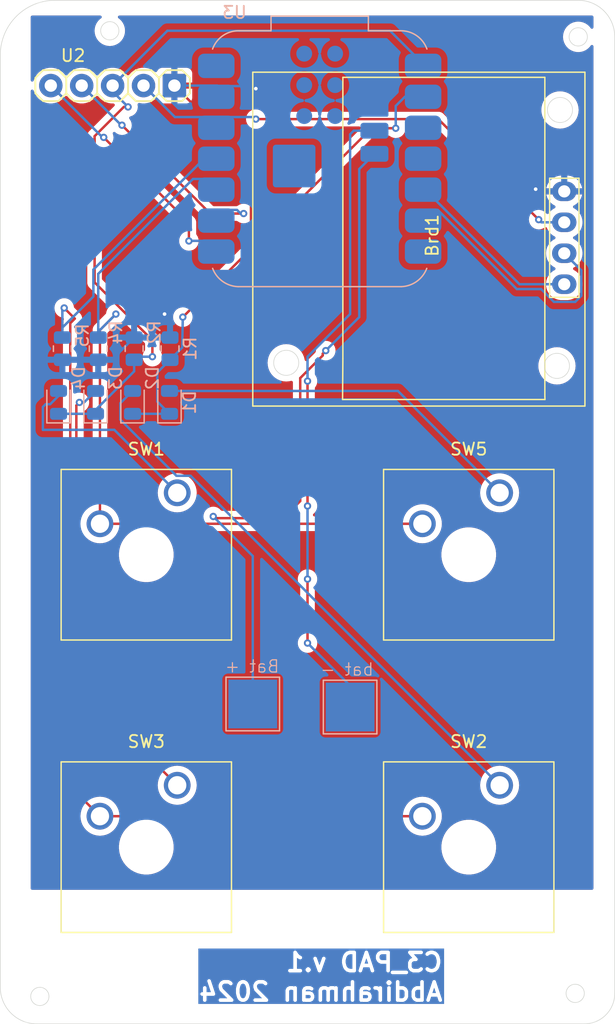
<source format=kicad_pcb>
(kicad_pcb (version 20240108) (generator "pcbnew") (generator_version "8.0")
  (layers (0 "F.Cu" signal) (31 "B.Cu" signal) (34 "B.Paste" user) (35 "F.Paste" user) (36 "B.SilkS" user "B.Silkscreen") (37 "F.SilkS" user "F.Silkscreen") (38 "B.Mask" user) (39 "F.Mask" user) (44 "Edge.Cuts" user))
  (net 0 "")
  (net 1 "Net-(Brd1-SDA)")
  (net 2 "Net-(D1-A)")
  (net 3 "/vin")
  (net 4 "Net-(Brd1-SCL)")
  (net 5 "Net-(D2-A)")
  (net 6 "GND")
  (net 7 "Net-(D3-A)")
  (net 8 "/inp_b")
  (net 9 "/d1")
  (net 10 "Net-(D4-A)")
  (net 11 "/d3")
  (net 12 "/d2")
  (net 13 "/inp_a")
  (net 14 "Net-(U3-PA5_A9_D9_MISO)")
  (net 15 "Net-(U3-PA6_A10_D10_MOSI)")
  (net 19 "/bat +")
  (net 20 "/bat -")
  (footprint "cherry:CherryMX_1.00u" (layer "F.Cu") (at 113.5 114)
    (property "Reference" "SW2" (at 0 -8.6625 0) (layer "F.SilkS"))
    (property "Value" "CherryMX")
    (fp_line (start -7 -7) (end -7 7) (stroke (width 0.12)) (layer "F.SilkS"))
    (fp_line (start -7 -7) (end 7 -7) (stroke (width 0.12)) (layer "F.SilkS"))
    (fp_line (start 7 -7) (end 7 7) (stroke (width 0.12)) (layer "F.SilkS"))
    (fp_line (start 7 7) (end -7 7) (stroke (width 0.12)) (layer "F.SilkS"))
    (pad "" np_thru_hole circle (at 0 0) (size 4 4) (drill 4) (layers "*.Cu" "*.Mask"))
    (pad "1" thru_hole circle (at -3.81 -2.54) (size 2.2 2.2) (drill 1.5) (layers "*.Cu" "*.Mask") (net 15 "Net-(U3-PA6_A10_D10_MOSI)"))
    (pad "2" thru_hole circle (at 2.54 -5.08) (size 2.2 2.2) (drill 1.5) (layers "*.Cu" "*.Mask") (net 5 "Net-(D2-A)"))
  )
  (footprint "cherry:CherryMX_1.00u" (layer "F.Cu") (at 87 114)
    (property "Reference" "SW3" (at 0 -8.6625 0) (layer "F.SilkS"))
    (property "Value" "CherryMX")
    (fp_line (start -7 -7) (end -7 7) (stroke (width 0.12)) (layer "F.SilkS"))
    (fp_line (start -7 -7) (end 7 -7) (stroke (width 0.12)) (layer "F.SilkS"))
    (fp_line (start 7 -7) (end 7 7) (stroke (width 0.12)) (layer "F.SilkS"))
    (fp_line (start 7 7) (end -7 7) (stroke (width 0.12)) (layer "F.SilkS"))
    (pad "" np_thru_hole circle (at 0 0) (size 4 4) (drill 4) (layers "*.Cu" "*.Mask"))
    (pad "1" thru_hole circle (at -3.81 -2.54) (size 2.2 2.2) (drill 1.5) (layers "*.Cu" "*.Mask") (net 15 "Net-(U3-PA6_A10_D10_MOSI)"))
    (pad "2" thru_hole circle (at 2.54 -5.08) (size 2.2 2.2) (drill 1.5) (layers "*.Cu" "*.Mask") (net 7 "Net-(D3-A)"))
  )
  (footprint "cherry:CherryMX_1.00u" (layer "F.Cu") (at 113.5 90)
    (property "Reference" "SW5" (at 0 -8.6625 0) (layer "F.SilkS"))
    (property "Value" "CherryMX")
    (fp_line (start -7 -7) (end -7 7) (stroke (width 0.12)) (layer "F.SilkS"))
    (fp_line (start -7 -7) (end 7 -7) (stroke (width 0.12)) (layer "F.SilkS"))
    (fp_line (start 7 -7) (end 7 7) (stroke (width 0.12)) (layer "F.SilkS"))
    (fp_line (start 7 7) (end -7 7) (stroke (width 0.12)) (layer "F.SilkS"))
    (pad "" np_thru_hole circle (at 0 0) (size 4 4) (drill 4) (layers "*.Cu" "*.Mask"))
    (pad "1" thru_hole circle (at -3.81 -2.54) (size 2.2 2.2) (drill 1.5) (layers "*.Cu" "*.Mask") (net 14 "Net-(U3-PA5_A9_D9_MISO)"))
    (pad "2" thru_hole circle (at 2.54 -5.08) (size 2.2 2.2) (drill 1.5) (layers "*.Cu" "*.Mask") (net 2 "Net-(D1-A)"))
  )
  (footprint "cherry:CherryMX_1.00u" (layer "F.Cu") (at 87 90)
    (property "Reference" "SW1" (at 0 -8.6625 0) (layer "F.SilkS"))
    (property "Value" "CherryMX")
    (fp_line (start -7 -7) (end -7 7) (stroke (width 0.12)) (layer "F.SilkS"))
    (fp_line (start -7 -7) (end 7 -7) (stroke (width 0.12)) (layer "F.SilkS"))
    (fp_line (start 7 -7) (end 7 7) (stroke (width 0.12)) (layer "F.SilkS"))
    (fp_line (start 7 7) (end -7 7) (stroke (width 0.12)) (layer "F.SilkS"))
    (pad "" np_thru_hole circle (at 0 0) (size 4 4) (drill 4) (layers "*.Cu" "*.Mask"))
    (pad "1" thru_hole circle (at -3.81 -2.54) (size 2.2 2.2) (drill 1.5) (layers "*.Cu" "*.Mask") (net 14 "Net-(U3-PA5_A9_D9_MISO)"))
    (pad "2" thru_hole circle (at 2.54 -5.08) (size 2.2 2.2) (drill 1.5) (layers "*.Cu" "*.Mask") (net 10 "Net-(D4-A)"))
  )
  (footprint "encoder:KY-040-PORT" (layer "F.Cu") (at 85.5 51.5)
    (property "Reference" "U2" (at -4.5212 -2.4638 0) (layer "F.SilkS"))
    (property "Value" "KY-040")
    (fp_line (start -7.62 -0.635) (end -7.62 0.635) (stroke (width 0.1524)) (layer "F.SilkS"))
    (fp_line (start -7.62 0.635) (end -6.985 1.27) (stroke (width 0.1524)) (layer "F.SilkS"))
    (fp_line (start -6.985 -1.27) (end -7.62 -0.635) (stroke (width 0.1524)) (layer "F.SilkS"))
    (fp_line (start -6.985 -1.27) (end -5.715 -1.27) (stroke (width 0.1524)) (layer "F.SilkS"))
    (fp_line (start -5.715 -1.27) (end -5.08 -0.635) (stroke (width 0.1524)) (layer "F.SilkS"))
    (fp_line (start -5.715 1.27) (end -6.985 1.27) (stroke (width 0.1524)) (layer "F.SilkS"))
    (fp_line (start -5.08 -0.635) (end -5.08 0.635) (stroke (width 0.1524)) (layer "F.SilkS"))
    (fp_line (start -5.08 -0.635) (end -4.445 -1.27) (stroke (width 0.1524)) (layer "F.SilkS"))
    (fp_line (start -5.08 0.635) (end -5.715 1.27) (stroke (width 0.1524)) (layer "F.SilkS"))
    (fp_line (start -4.445 -1.27) (end -3.175 -1.27) (stroke (width 0.1524)) (layer "F.SilkS"))
    (fp_line (start -4.445 1.27) (end -5.08 0.635) (stroke (width 0.1524)) (layer "F.SilkS"))
    (fp_line (start -3.175 -1.27) (end -2.54 -0.635) (stroke (width 0.1524)) (layer "F.SilkS"))
    (fp_line (start -3.175 1.27) (end -4.445 1.27) (stroke (width 0.1524)) (layer "F.SilkS"))
    (fp_line (start -2.54 -0.635) (end -2.54 0.635) (stroke (width 0.1524)) (layer "F.SilkS"))
    (fp_line (start -2.54 -0.635) (end -1.905 -1.27) (stroke (width 0.1524)) (layer "F.SilkS"))
    (fp_line (start -2.54 0.635) (end -3.175 1.27) (stroke (width 0.1524)) (layer "F.SilkS"))
    (fp_line (start -1.905 -1.27) (end -0.635 -1.27) (stroke (width 0.1524)) (layer "F.SilkS"))
    (fp_line (start -1.905 1.27) (end -2.54 0.635) (stroke (width 0.1524)) (layer "F.SilkS"))
    (fp_line (start -0.635 -1.27) (end 0 -0.635) (stroke (width 0.1524)) (layer "F.SilkS"))
    (fp_line (start -0.635 1.27) (end -1.905 1.27) (stroke (width 0.1524)) (layer "F.SilkS"))
    (fp_line (start 0 -0.635) (end 0 0.635) (stroke (width 0.1524)) (layer "F.SilkS"))
    (fp_line (start 0 0.635) (end -0.635 1.27) (stroke (width 0.1524)) (layer "F.SilkS"))
    (fp_line (start 0 0.635) (end 0.635 1.27) (stroke (width 0.1524)) (layer "F.SilkS"))
    (fp_line (start 0.635 -1.27) (end 0 -0.635) (stroke (width 0.1524)) (layer "F.SilkS"))
    (fp_line (start 0.635 -1.27) (end 1.905 -1.27) (stroke (width 0.1524)) (layer "F.SilkS"))
    (fp_line (start 1.905 -1.27) (end 2.54 -0.635) (stroke (width 0.1524)) (layer "F.SilkS"))
    (fp_line (start 1.905 1.27) (end 0.635 1.27) (stroke (width 0.1524)) (layer "F.SilkS"))
    (fp_line (start 2.54 -0.635) (end 2.54 0.635) (stroke (width 0.1524)) (layer "F.SilkS"))
    (fp_line (start 2.54 -0.635) (end 3.175 -1.27) (stroke (width 0.1524)) (layer "F.SilkS"))
    (fp_line (start 2.54 0.635) (end 1.905 1.27) (stroke (width 0.1524)) (layer "F.SilkS"))
    (fp_line (start 3.175 -1.27) (end 4.445 -1.27) (stroke (width 0.1524)) (layer "F.SilkS"))
    (fp_line (start 3.175 1.27) (end 2.54 0.635) (stroke (width 0.1524)) (layer "F.SilkS"))
    (fp_line (start 4.445 -1.27) (end 5.08 -0.635) (stroke (width 0.1524)) (layer "F.SilkS"))
    (fp_line (start 4.445 1.27) (end 3.175 1.27) (stroke (width 0.1524)) (layer "F.SilkS"))
    (fp_line (start 5.08 -0.635) (end 5.08 0.635) (stroke (width 0.1524)) (layer "F.SilkS"))
    (fp_line (start 5.08 0.635) (end 4.445 1.27) (stroke (width 0.1524)) (layer "F.SilkS"))
    (pad "CLK" thru_hole circle (at -6.35 0) (size 1.9304 1.9304) (drill 1.016) (layers "*.Cu" "*.Mask") (net 13 "/inp_a"))
    (pad "DT" thru_hole circle (at -3.81 0) (size 1.9304 1.9304) (drill 1.016) (layers "*.Cu" "*.Mask") (net 8 "/inp_b"))
    (pad "GND" thru_hole rect (at 3.81 0) (size 1.9304 1.9304) (drill 1.016) (layers "*.Cu" "*.Mask") (net 6 "GND"))
    (pad "SW" thru_hole circle (at -1.27 0) (size 1.9304 1.9304) (drill 1.016) (layers "*.Cu" "*.Mask") (net 11 "/d3"))
    (pad "VCC" thru_hole circle (at 1.27 0) (size 1.9304 1.9304) (drill 1.016) (layers "*.Cu" "*.Mask") (net 3 "/vin"))
  )
  (footprint "screen:128x64OLED" (layer "F.Cu") (at 110.75 63.8 -90)
    (property "Reference" "Brd1" (at 0 0.254 90) (layer "F.SilkS"))
    (property "Value" "SSD1306")
    (fp_line (start -13.4 15) (end -13.4 -12.3) (stroke (width 0.12)) (layer "F.SilkS"))
    (fp_line (start 14 15) (end -13.4 15) (stroke (width 0.12)) (layer "F.SilkS"))
    (fp_line (start 13.462 7.62) (end 13.462 -9.017) (stroke (width 0.12)) (layer "F.SilkS"))
    (fp_line (start -12.978 7.595) (end -12.978 -9.005) (stroke (width 0.12)) (layer "F.SilkS"))
    (fp_line (start 10.122 7.595) (end 13.462 7.62) (stroke (width 0.12)) (layer "F.SilkS"))
    (fp_line (start 10.122 7.595) (end -12.978 7.595) (stroke (width 0.12)) (layer "F.SilkS"))
    (fp_line (start -12.978 -9.005) (end 10.122 -9.005) (stroke (width 0.12)) (layer "F.SilkS"))
    (fp_line (start 10.122 -9.005) (end 13.208 -9.005) (stroke (width 0.12)) (layer "F.SilkS"))
    (fp_line (start 13.462 -9.017) (end 13.208 -9.005) (stroke (width 0.12)) (layer "F.SilkS"))
    (fp_line (start 5.08 -9.398) (end -4.699 -9.398) (stroke (width 0.12)) (layer "F.SilkS"))
    (fp_line (start -4.699 -11.811) (end -4.699 -9.398) (stroke (width 0.12)) (layer "F.SilkS"))
    (fp_line (start -4.699 -11.811) (end 5.08 -11.811) (stroke (width 0.12)) (layer "F.SilkS"))
    (fp_line (start 5.08 -11.811) (end 5.08 -9.398) (stroke (width 0.12)) (layer "F.SilkS"))
    (fp_line (start -13.4 -12.3) (end 14 -12.3) (stroke (width 0.12)) (layer "F.SilkS"))
    (fp_line (start 14 -12.3) (end 14 15) (stroke (width 0.12)) (layer "F.SilkS"))
    (pad "1" thru_hole oval (at -3.62 -10.6) (size 2 1.6) (drill 1) (layers "*.Cu" "*.Mask") (net 6 "GND"))
    (pad "2" thru_hole oval (at -1.08 -10.6) (size 2 1.6) (drill 1) (layers "*.Cu" "*.Mask") (net 3 "/vin"))
    (pad "3" thru_hole oval (at 1.46 -10.6) (size 2 1.6) (drill 1) (layers "*.Cu" "*.Mask") (net 4 "Net-(Brd1-SCL)"))
    (pad "4" thru_hole oval (at 4 -10.6) (size 2 1.6) (drill 1) (layers "*.Cu" "*.Mask") (net 1 "Net-(Brd1-SDA)"))
  )
  (footprint "TestPoint:TestPoint_Pad_4.0x4.0mm" (layer "B.Cu") (at 103.75 102.5 180)
    (property "Reference" "-1" (hide yes))
    (property "Value" "Conn_01x01")
    (fp_line (start 2.2 2.2) (end -2.2 2.2) (stroke (width 0.12)) (layer "B.SilkS"))
    (fp_line (start 2.2 -2.2) (end 2.2 2.2) (stroke (width 0.12)) (layer "B.SilkS"))
    (fp_line (start -2.2 2.2) (end -2.2 -2.2) (stroke (width 0.12)) (layer "B.SilkS"))
    (fp_line (start -2.2 -2.2) (end 2.2 -2.2) (stroke (width 0.12)) (layer "B.SilkS"))
    (pad "1" smd rect (at 0 0 180) (size 4 4) (layers "B.Cu" "B.Mask") (net 20 "/bat -"))
  )
  (footprint "Resistor_SMD:R_0805_2012Metric" (layer "B.Cu") (at 86 73.0875 90)
    (property "Reference" "R2" (at 1.3375 1.65 90) (layer "B.SilkS") (effects (justify mirror)))
    (property "Value" "500")
    (fp_line (start 0.227064 -0.735) (end -0.227064 -0.735) (stroke (width 0.12)) (layer "B.SilkS"))
    (fp_line (start 0.227064 0.735) (end -0.227064 0.735) (stroke (width 0.12)) (layer "B.SilkS"))
    (pad "1" smd roundrect (at -0.9125 0 90) (size 1.025 1.4) (layers "B.Cu" "B.Paste" "B.Mask") (roundrect_rratio 0.243902) (net 11 "/d3"))
    (pad "2" smd roundrect (at 0.9125 0 90) (size 1.025 1.4) (layers "B.Cu" "B.Paste" "B.Mask") (roundrect_rratio 0.243902) (net 6 "GND"))
  )
  (footprint "Diode_SMD:D_0805_2012Metric" (layer "B.Cu") (at 85.865 77.4975 90)
    (property "Reference" "D2" (at 1.9975 1.635 90) (layer "B.SilkS") (effects (justify mirror)))
    (property "Value" "D")
    (fp_line (start 1 -0.96) (end -1.685 -0.96) (stroke (width 0.12)) (layer "B.SilkS"))
    (fp_line (start -1.685 -0.96) (end -1.685 0.96) (stroke (width 0.12)) (layer "B.SilkS"))
    (fp_line (start -1.685 0.96) (end 1 0.96) (stroke (width 0.12)) (layer "B.SilkS"))
    (pad "1" smd roundrect (at -0.9375 0 90) (size 0.975 1.4) (layers "B.Cu" "B.Paste" "B.Mask") (net 9 "/d1"))
    (pad "2" smd roundrect (at 0.9375 0 90) (size 0.975 1.4) (layers "B.Cu" "B.Paste" "B.Mask") (net 5 "Net-(D2-A)"))
  )
  (footprint "Resistor_SMD:R_0805_2012Metric" (layer "B.Cu") (at 83.05 73.0875 90)
    (property "Reference" "R4" (at 1.3375 1.45 90) (layer "B.SilkS") (effects (justify mirror)))
    (property "Value" "500")
    (fp_line (start 0.227064 -0.735) (end -0.227064 -0.735) (stroke (width 0.12)) (layer "B.SilkS"))
    (fp_line (start 0.227064 0.735) (end -0.227064 0.735) (stroke (width 0.12)) (layer "B.SilkS"))
    (pad "1" smd roundrect (at -0.9125 0 90) (size 1.025 1.4) (layers "B.Cu" "B.Paste" "B.Mask") (roundrect_rratio 0.243902) (net 6 "GND"))
    (pad "2" smd roundrect (at 0.9125 0 90) (size 1.025 1.4) (layers "B.Cu" "B.Paste" "B.Mask") (roundrect_rratio 0.243902) (net 14 "Net-(U3-PA5_A9_D9_MISO)"))
  )
  (footprint "TestPoint:TestPoint_Pad_4.0x4.0mm" (layer "B.Cu") (at 95.75 102.25 180)
    (property "Reference" "+1" (hide yes))
    (property "Value" "Conn_01x01")
    (fp_line (start 2.2 2.2) (end -2.2 2.2) (stroke (width 0.12)) (layer "B.SilkS"))
    (fp_line (start 2.2 -2.2) (end 2.2 2.2) (stroke (width 0.12)) (layer "B.SilkS"))
    (fp_line (start -2.2 2.2) (end -2.2 -2.2) (stroke (width 0.12)) (layer "B.SilkS"))
    (fp_line (start -2.2 -2.2) (end 2.2 -2.2) (stroke (width 0.12)) (layer "B.SilkS"))
    (pad "1" smd rect (at 0 0 180) (size 4 4) (layers "B.Cu" "B.Mask") (net 19 "/bat +"))
  )
  (footprint "RF_Module:MCU_Seeed_ESP32C3" (layer "B.Cu") (at 101.25 57.5 180)
    (property "Reference" "U3" (at 7 12 0) (layer "B.SilkS") (effects (justify mirror)))
    (property "Value" "MOUDLE-SEEEDUINO-XIAO-ESP32C3")
    (fp_line (start 6.7 -10.5) (end -6.7 -10.5) (stroke (width 0.12)) (layer "B.SilkS"))
    (fp_line (start 4 11.7) (end -4 11.7) (stroke (width 0.12)) (layer "B.SilkS"))
    (fp_line (start 4 10.5) (end 6.6 10.5) (stroke (width 0.12)) (layer "B.SilkS"))
    (fp_line (start 4 10.5) (end 4 11.7) (stroke (width 0.12)) (layer "B.SilkS"))
    (fp_line (start -4 11.7) (end -4 10.5) (stroke (width 0.12)) (layer "B.SilkS"))
    (fp_line (start -6.6 10.5) (end -4 10.5) (stroke (width 0.12)) (layer "B.SilkS"))
    (fp_arc (start 8.804034 9.001464) (mid 7.944325 10.107118) (end 6.6 10.499999) (stroke (width 0.12)) (layer "B.SilkS"))
    (fp_arc (start 6.7 -10.5) (mid 7.977231 -10.068123) (end 8.8 -9) (stroke (width 0.12)) (layer "B.SilkS"))
    (fp_arc (start -6.600468 10.499999) (mid -7.949609 10.111769) (end -8.812892 9.00468) (stroke (width 0.12)) (layer "B.SilkS"))
    (fp_arc (start -8.8 -9) (mid -7.977232 -10.068125) (end -6.7 -10.5) (stroke (width 0.12)) (layer "B.SilkS"))
    (pad "1" smd roundrect (at -8.5 7.62 180) (size 3 2) (layers "B.Cu" "B.Paste" "B.Mask") (net 11 "/d3"))
    (pad "2" smd roundrect (at -8.5 5.08 180) (size 3 2) (layers "B.Cu" "B.Paste" "B.Mask") (net 9 "/d1"))
    (pad "3" smd roundrect (at -8.5 2.54 180) (size 3 2) (layers "B.Cu" "B.Paste" "B.Mask") (net 12 "/d2"))
    (pad "4" smd roundrect (at -8.5 0 180) (size 3 2) (layers "B.Cu" "B.Paste" "B.Mask"))
    (pad "5" smd roundrect (at -8.5 -2.54 180) (size 3 2) (layers "B.Cu" "B.Paste" "B.Mask") (net 1 "Net-(Brd1-SDA)"))
    (pad "6" smd roundrect (at -8.5 -5.08 180) (size 3 2) (layers "B.Cu" "B.Paste" "B.Mask") (net 4 "Net-(Brd1-SCL)"))
    (pad "7" smd roundrect (at -8.5 -7.62 180) (size 3 2) (layers "B.Cu" "B.Paste" "B.Mask"))
    (pad "8" smd roundrect (at 8.5 -7.62 180) (size 3 2) (layers "B.Cu" "B.Paste" "B.Mask") (net 13 "/inp_a"))
    (pad "9" smd roundrect (at 8.5 -5.08 180) (size 3 2) (layers "B.Cu" "B.Paste" "B.Mask") (net 8 "/inp_b"))
    (pad "10" smd roundrect (at 8.5 -2.54 180) (size 3 2) (layers "B.Cu" "B.Paste" "B.Mask") (net 14 "Net-(U3-PA5_A9_D9_MISO)"))
    (pad "11" smd roundrect (at 8.5 0 180) (size 3 2) (layers "B.Cu" "B.Paste" "B.Mask") (net 15 "Net-(U3-PA6_A10_D10_MOSI)"))
    (pad "12" smd roundrect (at 8.5 2.54 180) (size 3 2) (layers "B.Cu" "B.Paste" "B.Mask") (net 3 "/vin"))
    (pad "13" smd roundrect (at 8.5 5.08 180) (size 3 2) (layers "B.Cu" "B.Paste" "B.Mask") (net 6 "GND"))
    (pad "14" smd roundrect (at 8.5 7.62 180) (size 3 2) (layers "B.Cu" "B.Paste" "B.Mask"))
    (pad "15" smd roundrect (at 2.1 -0.6 180) (size 3.5 3.5) (property pad_prop_heatsink) (layers "B.Cu" "B.Mask") (roundrect_rratio 0.07142857143))
    (pad "16" smd roundrect (at -4.5 0.4 180) (size 2.3 1.3) (layers "B.Cu" "B.Paste" "B.Mask") (roundrect_rratio 0.1923076923) (net 19 "/bat +"))
    (pad "17" smd roundrect (at -4.5 2.3 180) (size 2.3 1.3) (layers "B.Cu" "B.Paste" "B.Mask") (roundrect_rratio 0.1923076923) (net 20 "/bat -"))
    (pad "18" smd circle (at -1.27 8.62 180) (size 1.3 1.3) (layers "B.Cu" "B.Paste" "B.Mask"))
    (pad "19" smd circle (at -1.27 6.04 180) (size 1.3 1.3) (layers "B.Cu" "B.Paste" "B.Mask"))
    (pad "20" smd circle (at -1.27 3.5 180) (size 1.3 1.3) (layers "B.Cu" "B.Paste" "B.Mask"))
    (pad "21" smd circle (at 1.27 3.5 180) (size 1.3 1.3) (layers "B.Cu" "B.Paste" "B.Mask"))
    (pad "22" smd circle (at 1.27 6.04 180) (size 1.3 1.3) (layers "B.Cu" "B.Paste" "B.Mask"))
    (pad "23" smd circle (at 1.27 8.62 180) (size 1.3 1.3) (layers "B.Cu" "B.Paste" "B.Mask"))
  )
  (footprint "Diode_SMD:D_0805_2012Metric" (layer "B.Cu") (at 88.905 77.4975 90)
    (property "Reference" "D1" (at -0.0025 1.65 90) (layer "B.SilkS") (effects (justify mirror)))
    (property "Value" "D")
    (fp_line (start 1 -0.96) (end -1.685 -0.96) (stroke (width 0.12)) (layer "B.SilkS"))
    (fp_line (start -1.685 -0.96) (end -1.685 0.96) (stroke (width 0.12)) (layer "B.SilkS"))
    (fp_line (start -1.685 0.96) (end 1 0.96) (stroke (width 0.12)) (layer "B.SilkS"))
    (pad "1" smd roundrect (at -0.9375 0 90) (size 0.975 1.4) (layers "B.Cu" "B.Paste" "B.Mask") (net 9 "/d1"))
    (pad "2" smd roundrect (at 0.9375 0 90) (size 0.975 1.4) (layers "B.Cu" "B.Paste" "B.Mask") (net 2 "Net-(D1-A)"))
  )
  (footprint "Diode_SMD:D_0805_2012Metric" (layer "B.Cu") (at 79.785 77.4975 90)
    (property "Reference" "D4" (at 1.9975 1.65 90) (layer "B.SilkS") (effects (justify mirror)))
    (property "Value" "D")
    (fp_line (start 1 -0.96) (end -1.685 -0.96) (stroke (width 0.12)) (layer "B.SilkS"))
    (fp_line (start -1.685 -0.96) (end -1.685 0.96) (stroke (width 0.12)) (layer "B.SilkS"))
    (fp_line (start -1.685 0.96) (end 1 0.96) (stroke (width 0.12)) (layer "B.SilkS"))
    (pad "1" smd roundrect (at -0.9375 0 90) (size 0.975 1.4) (layers "B.Cu" "B.Paste" "B.Mask") (net 11 "/d3"))
    (pad "2" smd roundrect (at 0.9375 0 90) (size 0.975 1.4) (layers "B.Cu" "B.Paste" "B.Mask") (net 10 "Net-(D4-A)"))
  )
  (footprint "Diode_SMD:D_0805_2012Metric" (layer "B.Cu") (at 82.825 77.4975 90)
    (property "Reference" "D3" (at 1.9975 1.65 90) (layer "B.SilkS") (effects (justify mirror)))
    (property "Value" "D")
    (fp_line (start 1 -0.96) (end -1.685 -0.96) (stroke (width 0.12)) (layer "B.SilkS"))
    (fp_line (start -1.685 -0.96) (end -1.685 0.96) (stroke (width 0.12)) (layer "B.SilkS"))
    (fp_line (start -1.685 0.96) (end 1 0.96) (stroke (width 0.12)) (layer "B.SilkS"))
    (pad "1" smd roundrect (at -0.9375 0 90) (size 0.975 1.4) (layers "B.Cu" "B.Paste" "B.Mask") (net 11 "/d3"))
    (pad "2" smd roundrect (at 0.9375 0 90) (size 0.975 1.4) (layers "B.Cu" "B.Paste" "B.Mask") (net 7 "Net-(D3-A)"))
  )
  (footprint "Resistor_SMD:R_0805_2012Metric" (layer "B.Cu") (at 88.95 73.0875 90)
    (property "Reference" "R1" (at 0 1.65 90) (layer "B.SilkS") (effects (justify mirror)))
    (property "Value" "500")
    (fp_line (start 0.227064 -0.735) (end -0.227064 -0.735) (stroke (width 0.12)) (layer "B.SilkS"))
    (fp_line (start 0.227064 0.735) (end -0.227064 0.735) (stroke (width 0.12)) (layer "B.SilkS"))
    (pad "1" smd roundrect (at -0.9125 0 90) (size 1.025 1.4) (layers "B.Cu" "B.Paste" "B.Mask") (roundrect_rratio 0.243902) (net 9 "/d1"))
    (pad "2" smd roundrect (at 0.9125 0 90) (size 1.025 1.4) (layers "B.Cu" "B.Paste" "B.Mask") (roundrect_rratio 0.243902) (net 6 "GND"))
  )
  (footprint "Resistor_SMD:R_0805_2012Metric" (layer "B.Cu") (at 80.1 73.0875 90)
    (property "Reference" "R5" (at 1.0875 1.65 90) (layer "B.SilkS") (effects (justify mirror)))
    (property "Value" "500")
    (fp_line (start 0.227064 -0.735) (end -0.227064 -0.735) (stroke (width 0.12)) (layer "B.SilkS"))
    (fp_line (start 0.227064 0.735) (end -0.227064 0.735) (stroke (width 0.12)) (layer "B.SilkS"))
    (pad "1" smd roundrect (at -0.9125 0 90) (size 1.025 1.4) (layers "B.Cu" "B.Paste" "B.Mask") (roundrect_rratio 0.243902) (net 6 "GND"))
    (pad "2" smd roundrect (at 0.9125 0 90) (size 1.025 1.4) (layers "B.Cu" "B.Paste" "B.Mask") (roundrect_rratio 0.243902) (net 15 "Net-(U3-PA6_A10_D10_MOSI)"))
  )
  (gr_circle (center 84 47) (end 84.75 47) (stroke (width 0.05)) (fill none) (layer "Edge.Cuts"))
  (gr_arc (start 125.5 126) (mid 124.767767 127.767767) (end 123 128.5) (stroke (width 0.05)) (layer "Edge.Cuts"))
  (gr_circle (center 120.75 74.5) (end 121.75 74.25) (stroke (width 0.05)) (fill none) (layer "Edge.Cuts"))
  (gr_circle (center 121 53.5) (end 122 53.25) (stroke (width 0.05)) (fill none) (layer "Edge.Cuts"))
  (gr_circle (center 122.25 126) (end 123 126) (stroke (width 0.05)) (fill none) (layer "Edge.Cuts"))
  (gr_line (start 122.5 44.5) (end 84.5 44.5) (stroke (width 0.05)) (layer "Edge.Cuts"))
  (gr_line (start 125.5 126) (end 125.5 49.5) (stroke (width 0.05)) (layer "Edge.Cuts"))
  (gr_circle (center 98.5 74.25) (end 99.5 74) (stroke (width 0.05)) (fill none) (layer "Edge.Cuts"))
  (gr_line (start 78 128.5) (end 123 128.5) (stroke (width 0.05)) (layer "Edge.Cuts"))
  (gr_circle (center 122.5 47.5) (end 123.25 47.5) (stroke (width 0.05)) (fill none) (layer "Edge.Cuts"))
  (gr_line (start 84.5 44.5) (end 79.5 44.5) (stroke (width 0.05)) (layer "Edge.Cuts"))
  (gr_line (start 125.5 49.5) (end 125.5 47.5) (stroke (width 0.05)) (layer "Edge.Cuts"))
  (gr_arc (start 75 49) (mid 76.318019 45.818019) (end 79.5 44.5) (stroke (width 0.05)) (layer "Edge.Cuts"))
  (gr_circle (center 78.25 126.25) (end 79 126.25) (stroke (width 0.05)) (fill none) (layer "Edge.Cuts"))
  (gr_line (start 75 50) (end 75 125.5) (stroke (width 0.05)) (layer "Edge.Cuts"))
  (gr_arc (start 122.5 44.5) (mid 124.62132 45.37868) (end 125.5 47.5) (stroke (width 0.05)) (layer "Edge.Cuts"))
  (gr_line (start 75 50) (end 75 49) (stroke (width 0.05)) (layer "Edge.Cuts"))
  (gr_arc (start 78 128.5) (mid 75.87868 127.62132) (end 75 125.5) (stroke (width 0.05)) (layer "Edge.Cuts"))
  (gr_text "C3_PAD v.1\nAbdirahman 2024" (at 111.5 126.75 0) (layer "B.Cu" knockout) (effects (font (size 1.5 1.5) (thickness 0.3) (bold yes)) (justify left bottom mirror)))
  (gr_text "bat -" (at 105.75 100 0) (layer "B.SilkS") (effects (font (size 1 1) (thickness 0.1)) (justify left bottom mirror)))
  (gr_text "Bat +" (at 98 99.75 0) (layer "B.SilkS") (effects (font (size 1 1) (thickness 0.1)) (justify left bottom mirror)))
  (segment (start 117.6708 67.8) (end 109.03129 59.16049) (width 0.2) (layer "B.Cu") (net 1))
  (segment (start 121.35 67.8) (end 117.6708 67.8) (width 0.2) (layer "B.Cu") (net 1))
  (segment (start 107.68 76.56) (end 116.04 84.92) (width 0.2) (layer "B.Cu") (net 2))
  (segment (start 88.905 76.56) (end 107.68 76.56) (width 0.2) (layer "B.Cu") (net 2))
  (segment (start 119.25 62.5) (end 111 54.25) (width 0.2) (layer "F.Cu") (net 3))
  (segment (start 111 54.25) (end 96 54.25) (width 0.2) (layer "F.Cu") (net 3))
  (via (at 96 54.25) (size 0.6) (drill 0.3) (layers "F.Cu" "B.Cu") (net 3))
  (via (at 119.25 62.5) (size 0.6) (drill 0.3) (layers "F.Cu" "B.Cu") (net 3))
  (segment (start 86.77 51.5) (end 89.35049 54.08049) (width 0.2) (layer "B.Cu") (net 3))
  (segment (start 121.35 62.72) (end 119.47 62.72) (width 0.2) (layer "B.Cu") (net 3))
  (segment (start 119.47 62.72) (end 119.25 62.5) (width 0.2) (layer "B.Cu") (net 3))
  (segment (start 89.35049 54.08049) (end 92.86673 54.08049) (width 0.2) (layer "B.Cu") (net 3))
  (segment (start 96 54.25) (end 95.83049 54.08049) (width 0.2) (layer "B.Cu") (net 3))
  (segment (start 95.83049 54.08049) (end 92.86673 54.08049) (width 0.2) (layer "B.Cu") (net 3))
  (segment (start 110.95049 61.70049) (end 109.03129 61.70049) (width 0.2) (layer "B.Cu") (net 4))
  (segment (start 122.75 66.66) (end 122.75 68.75) (width 0.2) (layer "B.Cu") (net 4))
  (segment (start 120.5 69.25) (end 119.45 68.2) (width 0.2) (layer "B.Cu") (net 4))
  (segment (start 122.25 69.25) (end 120.5 69.25) (width 0.2) (layer "B.Cu") (net 4))
  (segment (start 117.45 68.2) (end 110.95049 61.70049) (width 0.2) (layer "B.Cu") (net 4))
  (segment (start 119.45 68.2) (end 117.45 68.2) (width 0.2) (layer "B.Cu") (net 4))
  (segment (start 121.35 65.26) (end 122.75 66.66) (width 0.2) (layer "B.Cu") (net 4))
  (segment (start 122.75 68.75) (end 122.25 69.25) (width 0.2) (layer "B.Cu") (net 4))
  (segment (start 90.64 83.52) (end 116.04 108.92) (width 0.2) (layer "B.Cu") (net 5))
  (segment (start 84.865 78.910732) (end 89.474268 83.52) (width 0.2) (layer "B.Cu") (net 5))
  (segment (start 84.865 77.56) (end 84.865 78.910732) (width 0.2) (layer "B.Cu") (net 5))
  (segment (start 85.865 76.56) (end 84.865 77.56) (width 0.2) (layer "B.Cu") (net 5))
  (segment (start 89.474268 83.52) (end 90.64 83.52) (width 0.2) (layer "B.Cu") (net 5))
  (segment (start 89.31 51.5) (end 95.6 57.79) (width 0.2) (layer "F.Cu") (net 6))
  (segment (start 119 60) (end 110.75 51.75) (width 0.2) (layer "F.Cu") (net 6))
  (segment (start 110.75 51.75) (end 96 51.75) (width 0.2) (layer "F.Cu") (net 6))
  (segment (start 95.6 63.15) (end 88.5 70.25) (width 0.2) (layer "F.Cu") (net 6))
  (segment (start 95.6 57.79) (end 95.6 63.15) (width 0.2) (layer "F.Cu") (net 6))
  (via (at 88.5 70.25) (size 0.6) (drill 0.3) (layers "F.Cu" "B.Cu") (net 6))
  (via (at 119 60) (size 0.6) (drill 0.3) (layers "F.Cu" "B.Cu") (net 6))
  (via (at 96 51.75) (size 0.6) (drill 0.3) (layers "F.Cu" "B.Cu") (net 6))
  (segment (start 121.35 60.18) (end 119.18 60.18) (width 0.2) (layer "B.Cu") (net 6))
  (segment (start 86 72.175) (end 88.95 72.175) (width 0.2) (layer "B.Cu") (net 6))
  (segment (start 88.5 70.25) (end 88.95 70.7) (width 0.2) (layer "B.Cu") (net 6))
  (segment (start 83.05 74) (end 84.175 74) (width 0.2) (layer "B.Cu") (net 6))
  (segment (start 89.31 51.5) (end 92.82624 51.5) (width 0.2) (layer "B.Cu") (net 6))
  (segment (start 88.95 70.7) (end 88.95 72.175) (width 0.2) (layer "B.Cu") (net 6))
  (segment (start 84.175 74) (end 86 72.175) (width 0.2) (layer "B.Cu") (net 6))
  (segment (start 89.31 71.815) (end 88.95 72.175) (width 0.2) (layer "B.Cu") (net 6))
  (segment (start 95.79049 51.54049) (end 92.86673 51.54049) (width 0.2) (layer "B.Cu") (net 6))
  (segment (start 80.1 74) (end 83.05 74) (width 0.2) (layer "B.Cu") (net 6))
  (segment (start 92.82624 51.5) (end 92.86673 51.54049) (width 0.2) (layer "B.Cu") (net 6))
  (segment (start 119.18 60.18) (end 119 60) (width 0.2) (layer "B.Cu") (net 6))
  (segment (start 96 51.75) (end 95.79049 51.54049) (width 0.2) (layer "B.Cu") (net 6))
  (segment (start 81.25 79.5) (end 81.25 77.75) (width 0.2) (layer "F.Cu") (net 7))
  (segment (start 81.25 100.63) (end 81.25 79.5) (width 0.2) (layer "F.Cu") (net 7))
  (segment (start 89.54 108.92) (end 81.25 100.63) (width 0.2) (layer "F.Cu") (net 7))
  (segment (start 81.25 77.75) (end 81.5 77.5) (width 0.2) (layer "F.Cu") (net 7))
  (via (at 81.5 77.5) (size 0.6) (drill 0.3) (layers "F.Cu" "B.Cu") (net 7))
  (segment (start 81.5 77.5) (end 81.885 77.5) (width 0.2) (layer "B.Cu") (net 7))
  (segment (start 81.885 77.5) (end 82.825 76.56) (width 0.2) (layer "B.Cu") (net 7))
  (segment (start 85 54.75) (end 92.25 62) (width 0.2) (layer "F.Cu") (net 8))
  (segment (start 92.25 62) (end 95 62) (width 0.2) (layer "F.Cu") (net 8))
  (via (at 85 54.75) (size 0.6) (drill 0.3) (layers "F.Cu" "B.Cu") (net 8))
  (via (at 95 62) (size 0.6) (drill 0.3) (layers "F.Cu" "B.Cu") (net 8))
  (segment (start 85 54.75) (end 85 54.81) (width 0.2) (layer "B.Cu") (net 8))
  (segment (start 85 54.81) (end 84.97 54.78) (width 0.2) (layer "B.Cu") (net 8))
  (segment (start 84.94 54.75) (end 85 54.75) (width 0.2) (layer "B.Cu") (net 8))
  (segment (start 94.75 62) (end 94.45049 61.70049) (width 0.2) (layer "B.Cu") (net 8))
  (segment (start 94.45049 61.70049) (end 92.86673 61.70049) (width 0.2) (layer "B.Cu") (net 8))
  (segment (start 95 62) (end 94.75 62) (width 0.2) (layer "B.Cu") (net 8))
  (segment (start 81.69 51.5) (end 84.94 54.75) (width 0.2) (layer "B.Cu") (net 8))
  (segment (start 105.5 55) (end 107.5 55) (width 0.2) (layer "F.Cu") (net 9))
  (segment (start 90 70.5) (end 105.5 55) (width 0.2) (layer "F.Cu") (net 9))
  (via (at 107.5 55) (size 0.6) (drill 0.3) (layers "F.Cu" "B.Cu") (net 9))
  (via (at 90 70.5) (size 0.6) (drill 0.3) (layers "F.Cu" "B.Cu") (net 9))
  (segment (start 89.95 73) (end 90 70.5) (width 0.2) (layer "B.Cu") (net 9))
  (segment (start 87.905 75.045) (end 87.905 77.435) (width 0.2) (layer "B.Cu") (net 9))
  (segment (start 107.5 55) (end 107.5 53.17) (width 0.2) (layer "B.Cu") (net 9))
  (segment (start 108.25 52.42) (end 109.75 52.42) (width 0.2) (layer "B.Cu") (net 9))
  (segment (start 85.865 78.435) (end 88.905 78.435) (width 0.2) (layer "B.Cu") (net 9))
  (segment (start 88.95 74) (end 89.95 73) (width 0.2) (layer "B.Cu") (net 9))
  (segment (start 87.905 77.435) (end 88.905 78.435) (width 0.2) (layer "B.Cu") (net 9))
  (segment (start 88.95 74) (end 87.905 75.045) (width 0.2) (layer "B.Cu") (net 9))
  (segment (start 107.5 53.17) (end 108.25 52.42) (width 0.2) (layer "B.Cu") (net 9))
  (segment (start 90 70.5) (end 89.95 70.62178) (width 0.2) (layer "B.Cu") (net 9))
  (segment (start 84.37 79.75) (end 89.54 84.92) (width 0.2) (layer "B.Cu") (net 10))
  (segment (start 79.785 76.965) (end 79.1025 77.6475) (width 0.2) (layer "B.Cu") (net 10))
  (segment (start 79.1025 77.6475) (end 78.724634 77.6475) (width 0.2) (layer "B.Cu") (net 10))
  (segment (start 78.5 77.872134) (end 78.5 79.75) (width 0.2) (layer "B.Cu") (net 10))
  (segment (start 78.724634 77.6475) (end 78.5 77.872134) (width 0.2) (layer "B.Cu") (net 10))
  (segment (start 78.5 79.75) (end 84.37 79.75) (width 0.2) (layer "B.Cu") (net 10))
  (segment (start 79.785 76.56) (end 79.785 76.965) (width 0.2) (layer "B.Cu") (net 10))
  (segment (start 85.151471 53.25) (end 82.75 55.651471) (width 0.2) (layer "F.Cu") (net 11))
  (segment (start 85.5 53.25) (end 85.151471 53.25) (width 0.2) (layer "F.Cu") (net 11))
  (segment (start 82.75 67.651471) (end 87.5 72.401471) (width 0.2) (layer "F.Cu") (net 11))
  (segment (start 82.75 55.651471) (end 82.75 67.651471) (width 0.2) (layer "F.Cu") (net 11))
  (segment (start 87.5 72.401471) (end 87.5 73.75) (width 0.2) (layer "F.Cu") (net 11))
  (via (at 85.5 53.25) (size 0.6) (drill 0.3) (layers "F.Cu" "B.Cu") (net 11))
  (via (at 87.5 73.75) (size 0.6) (drill 0.3) (layers "F.Cu" "B.Cu") (net 11))
  (segment (start 107.0308 47) (end 88.73 47) (width 0.2) (layer "B.Cu") (net 11))
  (segment (start 88.73 47) (end 84.23 51.5) (width 0.2) (layer "B.Cu") (net 11))
  (segment (start 84.23 51.98) (end 85.5 53.25) (width 0.2) (layer "B.Cu") (net 11))
  (segment (start 82.825 78.435) (end 82.825 78.124268) (width 0.2) (layer "B.Cu") (net 11))
  (segment (start 82.825 78.124268) (end 86 74.949268) (width 0.2) (layer "B.Cu") (net 11))
  (segment (start 87.5 73.75) (end 86.25 73.75) (width 0.2) (layer "B.Cu") (net 11))
  (segment (start 86 74.949268) (end 86 74) (width 0.2) (layer "B.Cu") (net 11))
  (segment (start 84.23 51.5) (end 84.23 51.98) (width 0.2) (layer "B.Cu") (net 11))
  (segment (start 86.25 73.75) (end 86 74) (width 0.2) (layer "B.Cu") (net 11))
  (segment (start 109.03129 49.00049) (end 107.0308 47) (width 0.2) (layer "B.Cu") (net 11))
  (segment (start 79.785 78.435) (end 82.825 78.435) (width 0.2) (layer "B.Cu") (net 11))
  (segment (start 83.5 55.75) (end 90.5 62.75) (width 0.2) (layer "F.Cu") (net 13))
  (segment (start 90.5 62.75) (end 90.5 64.25) (width 0.2) (layer "F.Cu") (net 13))
  (via (at 90.5 64.25) (size 0.6) (drill 0.3) (layers "F.Cu" "B.Cu") (net 13))
  (via (at 83.5 55.75) (size 0.6) (drill 0.3) (layers "F.Cu" "B.Cu") (net 13))
  (segment (start 90.75951 64.24049) (end 92.86673 64.24049) (width 0.2) (layer "B.Cu") (net 13))
  (segment (start 90.5 64.25) (end 90.75 64.25) (width 0.2) (layer "B.Cu") (net 13))
  (segment (start 83.4 55.75) (end 83.5 55.75) (width 0.2) (layer "B.Cu") (net 13))
  (segment (start 79.15 51.5) (end 83.4 55.75) (width 0.2) (layer "B.Cu") (net 13))
  (segment (start 90.75 64.25) (end 90.75951 64.24049) (width 0.2) (layer "B.Cu") (net 13))
  (segment (start 83.19 87.46) (end 83.19 71.56) (width 0.2) (layer "F.Cu") (net 14))
  (segment (start 83.19 71.56) (end 84.5 70.25) (width 0.2) (layer "F.Cu") (net 14))
  (segment (start 109.69 87.46) (end 83.19 87.46) (width 0.2) (layer "F.Cu") (net 14))
  (via (at 84.5 70.25) (size 0.6) (drill 0.3) (layers "F.Cu" "B.Cu") (net 14))
  (segment (start 83.05 66.95) (end 90.83951 59.16049) (width 0.2) (layer "B.Cu") (net 14))
  (segment (start 83.05 72.175) (end 83.05 66.95) (width 0.2) (layer "B.Cu") (net 14))
  (segment (start 84.5 70.25) (end 83.05 71.7) (width 0.2) (layer "B.Cu") (net 14))
  (segment (start 83.05 71.7) (end 83.05 72.175) (width 0.2) (layer "B.Cu") (net 14))
  (segment (start 90.83951 59.16049) (end 92.86673 59.16049) (width 0.2) (layer "B.Cu") (net 14))
  (segment (start 81.125 70.625) (end 80.25 69.75) (width 0.2) (layer "F.Cu") (net 15))
  (segment (start 83.19 111.46) (end 80.75 109.02) (width 0.2) (layer "F.Cu") (net 15))
  (segment (start 109.69 111.46) (end 83.19 111.46) (width 0.2) (layer "F.Cu") (net 15))
  (segment (start 80.75 71) (end 81.125 70.625) (width 0.2) (layer "F.Cu") (net 15))
  (segment (start 80.75 109.02) (end 80.75 71) (width 0.2) (layer "F.Cu") (net 15))
  (via (at 80.25 69.75) (size 0.6) (drill 0.3) (layers "F.Cu" "B.Cu") (net 15))
  (segment (start 80.1 71.361535) (end 82.65 68.811535) (width 0.2) (layer "B.Cu") (net 15))
  (segment (start 80.25 69.75) (end 80.1 69.9) (width 0.2) (layer "B.Cu") (net 15))
  (segment (start 92.62951 56.62049) (end 92.86673 56.62049) (width 0.2) (layer "B.Cu") (net 15))
  (segment (start 82.65 66.6) (end 92.62951 56.62049) (width 0.2) (layer "B.Cu") (net 15))
  (segment (start 80.1 72.175) (end 80.1 71.5) (width 0.2) (layer "B.Cu") (net 15))
  (segment (start 80.1 71.5) (end 80.1 71.361535) (width 0.2) (layer "B.Cu") (net 15))
  (segment (start 82.65 68.811535) (end 82.65 66.6) (width 0.2) (layer "B.Cu") (net 15))
  (segment (start 80.1 69.9) (end 80.1 71.5) (width 0.2) (layer "B.Cu") (net 15))
  (segment (start 101.5 73.651471) (end 99.65 75.501471) (width 0.2) (layer "F.Cu") (net 19))
  (segment (start 98.25 87) (end 92.5 87) (width 0.2) (layer "F.Cu") (net 19))
  (segment (start 101.5 73.5) (end 101.5 73.651471) (width 0.2) (layer "F.Cu") (net 19))
  (segment (start 101.75 73.25) (end 101.5 73.5) (width 0.2) (layer "F.Cu") (net 19))
  (segment (start 99.65 75.501471) (end 99.65 85.6) (width 0.2) (layer "F.Cu") (net 19))
  (segment (start 99.65 85.6) (end 98.25 87) (width 0.2) (layer "F.Cu") (net 19))
  (via (at 101.75 73.25) (size 0.6) (drill 0.3) (layers "F.Cu" "B.Cu") (net 19))
  (via (at 92.5 86.86) (size 0.6) (drill 0.3) (layers "F.Cu" "B.Cu") (net 19))
  (segment (start 95.75 90.11) (end 95.75 102.25) (width 0.2) (layer "B.Cu") (net 19))
  (segment (start 92.5 86.86) (end 95.75 90.11) (width 0.2) (layer "B.Cu") (net 19))
  (segment (start 104.5 58.35) (end 104.5 70.5) (width 0.2) (layer "B.Cu") (net 19))
  (segment (start 105.75 57.1) (end 104.5 58.35) (width 0.2) (layer "B.Cu") (net 19))
  (segment (start 104.5 70.5) (end 101.75 73.25) (width 0.2) (layer "B.Cu") (net 19))
  (segment (start 100.25 92) (end 100.25 97.25) (width 0.2) (layer "F.Cu") (net 20))
  (segment (start 100.25 75.75) (end 100.25 86) (width 0.2) (layer "F.Cu") (net 20))
  (via (at 100.25 75.75) (size 0.6) (drill 0.3) (layers "F.Cu" "B.Cu") (net 20))
  (via (at 100.25 92) (size 0.6) (drill 0.3) (layers "F.Cu" "B.Cu") (net 20))
  (via (at 100.25 97.25) (size 0.6) (drill 0.3) (layers "F.Cu" "B.Cu") (net 20))
  (via (at 100.25 86) (size 0.6) (drill 0.3) (layers "F.Cu" "B.Cu") (net 20))
  (segment (start 100.25 86.25) (end 100.25 92) (width 0.2) (layer "B.Cu") (net 20))
  (segment (start 100.25 73.75) (end 100.25 75.75) (width 0.2) (layer "B.Cu") (net 20))
  (segment (start 100.25 97.25) (end 103.75 100.75) (width 0.2) (layer "B.Cu") (net 20))
  (segment (start 103.75 70.25) (end 100.25 73.75) (width 0.2) (layer "B.Cu") (net 20))
  (segment (start 103.75 55.5) (end 103.75 70.25) (width 0.2) (layer "B.Cu") (net 20))
  (segment (start 103.75 100.75) (end 103.75 102.5) (width 0.2) (layer "B.Cu") (net 20))
  (segment (start 105.75 55.2) (end 104.05 55.2) (width 0.2) (layer "B.Cu") (net 20))
  (segment (start 100.25 86) (end 100.25 86.25) (width 0.2) (layer "B.Cu") (net 20))
  (segment (start 104.05 55.2) (end 103.75 55.5) (width 0.2) (layer "B.Cu") (net 20))
  (zone (net 6) (net_name "GND") (layers "F&B.Cu") (connect_pads (clearance 0.5)) (min_thickness 0.25) (fill yes (thermal_gap 0.5) (thermal_bridge_width 0.5))
    (polygon (pts (xy 77.5 45.75) (xy 77.5 117.5) (xy 123.75 117.5) (xy 123.75 45.75)))
  )
)
</source>
